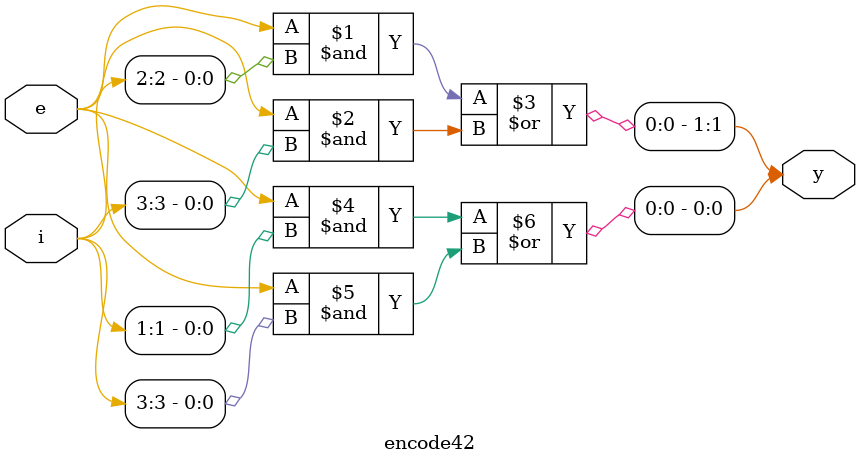
<source format=v>
 module encode42(
 input e,
  input [3:0] i,
 output [1:0] y);
    assign y[1]=(e&i[2])|(e&i[3]);
    assign y[0]=(e&i[1])|(e&i[3]);
 endmodule
</source>
